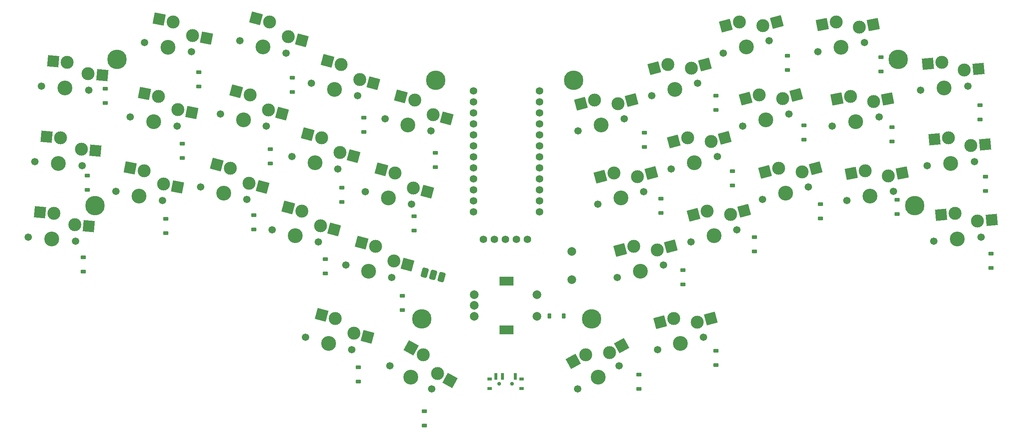
<source format=gbr>
%TF.GenerationSoftware,KiCad,Pcbnew,7.0.2*%
%TF.CreationDate,2023-06-30T23:19:36+02:00*%
%TF.ProjectId,Qeshda,51657368-6461-42e6-9b69-6361645f7063,rev?*%
%TF.SameCoordinates,Original*%
%TF.FileFunction,Soldermask,Bot*%
%TF.FilePolarity,Negative*%
%FSLAX46Y46*%
G04 Gerber Fmt 4.6, Leading zero omitted, Abs format (unit mm)*
G04 Created by KiCad (PCBNEW 7.0.2) date 2023-06-30 23:19:36*
%MOMM*%
%LPD*%
G01*
G04 APERTURE LIST*
G04 Aperture macros list*
%AMRoundRect*
0 Rectangle with rounded corners*
0 $1 Rounding radius*
0 $2 $3 $4 $5 $6 $7 $8 $9 X,Y pos of 4 corners*
0 Add a 4 corners polygon primitive as box body*
4,1,4,$2,$3,$4,$5,$6,$7,$8,$9,$2,$3,0*
0 Add four circle primitives for the rounded corners*
1,1,$1+$1,$2,$3*
1,1,$1+$1,$4,$5*
1,1,$1+$1,$6,$7*
1,1,$1+$1,$8,$9*
0 Add four rect primitives between the rounded corners*
20,1,$1+$1,$2,$3,$4,$5,0*
20,1,$1+$1,$4,$5,$6,$7,0*
20,1,$1+$1,$6,$7,$8,$9,0*
20,1,$1+$1,$8,$9,$2,$3,0*%
%AMRotRect*
0 Rectangle, with rotation*
0 The origin of the aperture is its center*
0 $1 length*
0 $2 width*
0 $3 Rotation angle, in degrees counterclockwise*
0 Add horizontal line*
21,1,$1,$2,0,0,$3*%
G04 Aperture macros list end*
%ADD10C,0.900000*%
%ADD11C,1.701800*%
%ADD12C,3.000000*%
%ADD13C,3.429000*%
%ADD14RotRect,2.600000X2.600000X345.000000*%
%ADD15C,4.500000*%
%ADD16C,2.000000*%
%ADD17R,3.200000X2.000000*%
%ADD18RotRect,2.600000X2.600000X355.000000*%
%ADD19RotRect,2.600000X2.600000X15.000000*%
%ADD20RotRect,2.600000X2.600000X11.000000*%
%ADD21RoundRect,0.375000X0.556336X0.627387X-0.168108X0.821502X-0.556336X-0.627387X0.168108X-0.821502X0*%
%ADD22RotRect,2.600000X2.600000X5.000000*%
%ADD23RotRect,2.600000X2.600000X349.000000*%
%ADD24RotRect,2.600000X2.600000X29.000000*%
%ADD25C,1.752600*%
%ADD26RotRect,2.600000X2.600000X331.000000*%
%ADD27RoundRect,0.225000X0.375000X-0.225000X0.375000X0.225000X-0.375000X0.225000X-0.375000X-0.225000X0*%
%ADD28RoundRect,0.225000X0.225000X0.375000X-0.225000X0.375000X-0.225000X-0.375000X0.225000X-0.375000X0*%
%ADD29R,1.000000X0.800000*%
%ADD30R,0.700000X1.500000*%
G04 APERTURE END LIST*
D10*
%TO.C,SW25*%
X152250000Y-117355000D03*
X155250000Y-117355000D03*
%TD*%
D11*
%TO.C,SW20*%
X99893473Y-81739900D03*
D12*
X106746038Y-77416146D03*
D13*
X105206065Y-83163405D03*
D12*
X111006265Y-80835279D03*
D11*
X110518657Y-84586910D03*
D14*
X103582630Y-76568514D03*
X114169672Y-81682912D03*
%TD*%
D15*
%TO.C,*%
X244348000Y-42418000D03*
%TD*%
D16*
%TO.C,SW26*%
X146500000Y-96750000D03*
X146500000Y-101750000D03*
X146500000Y-99250000D03*
D17*
X154000000Y-93650000D03*
X154000000Y-104850000D03*
D16*
X161000000Y-101750000D03*
X161000000Y-96750000D03*
%TD*%
D11*
%TO.C,SW1*%
X46570266Y-48563201D03*
D12*
X52567914Y-43115200D03*
D13*
X52049337Y-49042558D03*
D12*
X57357144Y-45742608D03*
D11*
X57528408Y-49521915D03*
D18*
X49305375Y-42829764D03*
X60619682Y-46028043D03*
%TD*%
D15*
%TO.C,*%
X137636000Y-47244000D03*
%TD*%
D11*
%TO.C,SW21*%
X196534247Y-84586910D03*
D12*
X200306866Y-77416146D03*
D13*
X201846839Y-83163405D03*
D12*
X205705897Y-78247089D03*
D11*
X207159431Y-81739900D03*
D19*
X197143458Y-78263779D03*
X208869304Y-77399457D03*
%TD*%
D11*
%TO.C,SW23*%
X232497689Y-74992633D03*
D12*
X236761325Y-68102502D03*
D13*
X237896639Y-73943184D03*
D12*
X242089241Y-69308038D03*
D11*
X243295589Y-72893735D03*
D20*
X233546495Y-68727402D03*
X245304070Y-68683139D03*
%TD*%
D11*
%TO.C,SW7*%
X225819374Y-40635682D03*
D12*
X230083010Y-33745551D03*
D13*
X231218324Y-39586233D03*
D12*
X235410926Y-34951087D03*
D11*
X236617274Y-38536784D03*
D20*
X226868180Y-34370451D03*
X238625755Y-34326188D03*
%TD*%
D11*
%TO.C,SW32*%
X170511819Y-58948399D03*
D12*
X174284438Y-51777635D03*
D13*
X175824411Y-57524894D03*
D12*
X179683469Y-52608578D03*
D11*
X181137003Y-56101389D03*
D19*
X171121030Y-52625268D03*
X182846876Y-51760946D03*
%TD*%
D21*
%TO.C,J1*%
X138938000Y-92710000D03*
X137006148Y-92192362D03*
X135074296Y-91674724D03*
%TD*%
D11*
%TO.C,SW37*%
X107601675Y-106581383D03*
D12*
X114454240Y-102257629D03*
D13*
X112914267Y-108004888D03*
D12*
X118714467Y-105676762D03*
D11*
X118226859Y-109428393D03*
D14*
X111290832Y-101409997D03*
X121877874Y-106524395D03*
%TD*%
D11*
%TO.C,SW30*%
X179570486Y-92755803D03*
D12*
X183343105Y-85585039D03*
D13*
X184883078Y-91332298D03*
D12*
X188742136Y-86415982D03*
D11*
X190195670Y-89908793D03*
D19*
X180179697Y-86432672D03*
X191905543Y-85568350D03*
%TD*%
D11*
%TO.C,SW16*%
X251049721Y-66955322D03*
D12*
X256010215Y-60548607D03*
D13*
X256528792Y-66475965D03*
D12*
X261182932Y-62304457D03*
D11*
X262007863Y-65996608D03*
D22*
X252747677Y-60834042D03*
X264445469Y-62019022D03*
%TD*%
D11*
%TO.C,SW5*%
X187475580Y-50779507D03*
D12*
X191248199Y-43608743D03*
D13*
X192788172Y-49356002D03*
D12*
X196647230Y-44439686D03*
D11*
X198100764Y-47932497D03*
D19*
X188084791Y-44456376D03*
X199810637Y-43592054D03*
%TD*%
D15*
%TO.C,*%
X248158000Y-76200000D03*
%TD*%
D16*
%TO.C,SW34*%
X169076000Y-86793000D03*
X169076000Y-93293000D03*
%TD*%
D11*
%TO.C,SW12*%
X104422806Y-64836198D03*
D12*
X111275371Y-60512444D03*
D13*
X109735398Y-66259703D03*
D12*
X115535598Y-63931577D03*
D11*
X115047990Y-67683208D03*
D14*
X108111963Y-59664812D03*
X118699005Y-64779210D03*
%TD*%
D11*
%TO.C,SW2*%
X70435630Y-38536784D03*
D12*
X76969894Y-33745551D03*
D13*
X75834580Y-39586233D03*
D12*
X81458249Y-36859177D03*
D11*
X81233530Y-40635682D03*
D23*
X73755064Y-33120652D03*
X84673078Y-37484076D03*
%TD*%
D11*
%TO.C,SW14*%
X208515741Y-57823946D03*
D12*
X212288360Y-50653182D03*
D13*
X213828333Y-56400441D03*
D12*
X217687391Y-51484125D03*
D11*
X219140925Y-54976936D03*
D19*
X209124952Y-51500815D03*
X220850798Y-50636493D03*
%TD*%
D11*
%TO.C,SW19*%
X83382645Y-71880638D03*
D12*
X90235210Y-67556884D03*
D13*
X88695237Y-73304143D03*
D12*
X94495437Y-70976017D03*
D11*
X94007829Y-74727648D03*
D14*
X87071802Y-66709252D03*
X97658844Y-71823650D03*
%TD*%
D11*
%TO.C,SW4*%
X108952140Y-47932497D03*
D12*
X115804705Y-43608743D03*
D13*
X114264732Y-49356002D03*
D12*
X120064932Y-47027876D03*
D11*
X119577324Y-50779507D03*
D14*
X112641297Y-42761111D03*
X123228339Y-47875509D03*
%TD*%
D11*
%TO.C,SW3*%
X92441312Y-38073234D03*
D12*
X99293877Y-33749480D03*
D13*
X97753904Y-39496739D03*
D12*
X103554104Y-37168613D03*
D11*
X103066496Y-40920244D03*
D14*
X96130469Y-32901848D03*
X106717511Y-38016246D03*
%TD*%
D11*
%TO.C,SW18*%
X63757315Y-72893735D03*
D12*
X70291579Y-68102502D03*
D13*
X69156265Y-73943184D03*
D12*
X74779934Y-71216128D03*
D11*
X74555215Y-74992633D03*
D23*
X67076749Y-67477603D03*
X77994763Y-71841027D03*
%TD*%
D11*
%TO.C,SW13*%
X192004913Y-67683208D03*
D12*
X195777532Y-60512444D03*
D13*
X197317505Y-66259703D03*
D12*
X201176563Y-61343387D03*
D11*
X202630097Y-64836198D03*
D19*
X192614124Y-61360077D03*
X204339970Y-60495755D03*
%TD*%
D11*
%TO.C,SW39*%
X170351038Y-118473864D03*
D12*
X172276829Y-110603424D03*
D13*
X175161446Y-115807411D03*
D12*
X177716509Y-110103540D03*
D11*
X179971854Y-113140958D03*
D24*
X169412448Y-112191176D03*
X180580888Y-108515788D03*
%TD*%
D11*
%TO.C,SW28*%
X121386568Y-73005091D03*
D12*
X128239133Y-68681337D03*
D13*
X126699160Y-74428596D03*
D12*
X132499360Y-72100470D03*
D11*
X132011752Y-75852101D03*
D14*
X125075725Y-67833705D03*
X135662767Y-72948103D03*
%TD*%
D15*
%TO.C,*%
X169418000Y-47244000D03*
%TD*%
%TO.C,*%
X173598000Y-102362000D03*
%TD*%
D11*
%TO.C,SW6*%
X203986408Y-40920244D03*
D12*
X207759027Y-33749480D03*
D13*
X209299000Y-39496739D03*
D12*
X213158058Y-34580423D03*
D11*
X214611592Y-38073234D03*
D19*
X204595619Y-34597113D03*
X216321465Y-33732791D03*
%TD*%
D11*
%TO.C,SW9*%
X45045041Y-65996608D03*
D12*
X51042689Y-60548607D03*
D13*
X50524112Y-66475965D03*
D12*
X55831919Y-63176015D03*
D11*
X56003183Y-66955322D03*
D18*
X47780150Y-60263171D03*
X59094457Y-63461450D03*
%TD*%
D11*
%TO.C,SW17*%
X43519815Y-83430015D03*
D12*
X49517463Y-77982014D03*
D13*
X48998886Y-83909372D03*
D12*
X54306693Y-80609422D03*
D11*
X54477957Y-84388729D03*
D18*
X46254924Y-77696578D03*
X57569231Y-80894857D03*
%TD*%
D11*
%TO.C,SW10*%
X67096472Y-55715259D03*
D12*
X73630736Y-50924026D03*
D13*
X72495422Y-56764708D03*
D12*
X78119091Y-54037652D03*
D11*
X77894372Y-57814157D03*
D23*
X70415906Y-50299127D03*
X81333920Y-54662551D03*
%TD*%
D11*
%TO.C,SW40*%
X188826045Y-109428393D03*
D12*
X192598664Y-102257629D03*
D13*
X194138637Y-108004888D03*
D12*
X197997695Y-103088572D03*
D11*
X199451229Y-106581383D03*
D19*
X189435256Y-103105262D03*
X201161102Y-102240940D03*
%TD*%
D11*
%TO.C,SW27*%
X125915901Y-56101389D03*
D12*
X132768466Y-51777635D03*
D13*
X131228493Y-57524894D03*
D12*
X137028693Y-55196768D03*
D11*
X136541085Y-58948399D03*
D14*
X129605058Y-50930003D03*
X140192100Y-56044401D03*
%TD*%
D11*
%TO.C,SW29*%
X116857234Y-89908793D03*
D12*
X123709799Y-85585039D03*
D13*
X122169826Y-91332298D03*
D12*
X127970026Y-89004172D03*
D11*
X127482418Y-92755803D03*
D14*
X120546391Y-84737407D03*
X131133433Y-89851805D03*
%TD*%
D11*
%TO.C,SW8*%
X249524496Y-49521915D03*
D12*
X254484990Y-43115200D03*
D13*
X255003567Y-49042558D03*
D12*
X259657707Y-44871050D03*
D11*
X260482638Y-48563201D03*
D22*
X251222452Y-43400635D03*
X262920244Y-44585615D03*
%TD*%
D15*
%TO.C,*%
X134366000Y-102362000D03*
%TD*%
D11*
%TO.C,SW15*%
X229158532Y-57814157D03*
D12*
X233422168Y-50924026D03*
D13*
X234557482Y-56764708D03*
D12*
X238750084Y-52129562D03*
D11*
X239956432Y-55715259D03*
D20*
X230207338Y-51548926D03*
X241964913Y-51504663D03*
%TD*%
D11*
%TO.C,SW31*%
X175041152Y-75852101D03*
D12*
X178813771Y-68681337D03*
D13*
X180353744Y-74428596D03*
D12*
X184212802Y-69512280D03*
D11*
X185666336Y-73005091D03*
D19*
X175650363Y-69528970D03*
X187376209Y-68664648D03*
%TD*%
D25*
%TO.C,Display1*%
X148670000Y-83980000D03*
X151210000Y-83980000D03*
X153750000Y-83980000D03*
X156290000Y-83980000D03*
X158830000Y-83980000D03*
%TD*%
D11*
%TO.C,SW24*%
X252574947Y-84388729D03*
D12*
X257535441Y-77982014D03*
D13*
X258054018Y-83909372D03*
D12*
X262708158Y-79737864D03*
D11*
X263533089Y-83430015D03*
D22*
X254272903Y-78267449D03*
X265970695Y-79452429D03*
%TD*%
D11*
%TO.C,SW38*%
X127081050Y-113140958D03*
D12*
X134776075Y-110603424D03*
D13*
X131891458Y-115807411D03*
D12*
X138082592Y-114951636D03*
D11*
X136701866Y-118473864D03*
D26*
X131911695Y-109015672D03*
X140946972Y-116539388D03*
%TD*%
D11*
%TO.C,SW11*%
X87911979Y-54976936D03*
D12*
X94764544Y-50653182D03*
D13*
X93224571Y-56400441D03*
D12*
X99024771Y-54072315D03*
D11*
X98537163Y-57823946D03*
D14*
X91601136Y-49805550D03*
X102188178Y-54919948D03*
%TD*%
D11*
%TO.C,SW22*%
X213045075Y-74727648D03*
D12*
X216817694Y-67556884D03*
D13*
X218357667Y-73304143D03*
D12*
X222216725Y-68387827D03*
D11*
X223670259Y-71880638D03*
D19*
X213654286Y-68404517D03*
X225380132Y-67540195D03*
%TD*%
D15*
%TO.C,*%
X64008000Y-42418000D03*
%TD*%
%TO.C,*%
X58928000Y-76200000D03*
%TD*%
D27*
%TO.C,D14*%
X222670000Y-60960000D03*
X222670000Y-57660000D03*
%TD*%
%TO.C,D13*%
X206160000Y-71500000D03*
X206160000Y-68200000D03*
%TD*%
%TO.C,D9*%
X57150000Y-72516000D03*
X57150000Y-69216000D03*
%TD*%
%TO.C,D31*%
X185840000Y-62610000D03*
X185840000Y-59310000D03*
%TD*%
%TO.C,D20*%
X112180000Y-91820000D03*
X112180000Y-88520000D03*
%TD*%
%TO.C,D38*%
X202350000Y-113030000D03*
X202350000Y-109730000D03*
%TD*%
%TO.C,D29*%
X194730000Y-94360000D03*
X194730000Y-91060000D03*
%TD*%
%TO.C,D26*%
X137580000Y-67310000D03*
X137580000Y-64010000D03*
%TD*%
%TO.C,D6*%
X218860000Y-44830000D03*
X218860000Y-41530000D03*
%TD*%
%TO.C,D11*%
X99480000Y-66420000D03*
X99480000Y-63120000D03*
%TD*%
%TO.C,D3*%
X104560000Y-49910000D03*
X104560000Y-46610000D03*
%TD*%
D28*
%TO.C,D25*%
X167170000Y-101680000D03*
X163870000Y-101680000D03*
%TD*%
D27*
%TO.C,D10*%
X79160000Y-65150000D03*
X79160000Y-61850000D03*
%TD*%
%TO.C,D12*%
X115990000Y-75310000D03*
X115990000Y-72010000D03*
%TD*%
%TO.C,D28*%
X129960000Y-100330000D03*
X129960000Y-97030000D03*
%TD*%
%TO.C,D24*%
X265850000Y-90550000D03*
X265850000Y-87250000D03*
%TD*%
%TO.C,D16*%
X264580000Y-72770000D03*
X264580000Y-69470000D03*
%TD*%
%TO.C,D18*%
X75350000Y-82550000D03*
X75350000Y-79250000D03*
%TD*%
%TO.C,D30*%
X189650000Y-77850000D03*
X189650000Y-74550000D03*
%TD*%
%TO.C,D8*%
X263310000Y-56260000D03*
X263310000Y-52960000D03*
%TD*%
%TO.C,D21*%
X211240000Y-86740000D03*
X211240000Y-83440000D03*
%TD*%
%TO.C,D4*%
X121070000Y-59180000D03*
X121070000Y-55880000D03*
%TD*%
%TO.C,D7*%
X240450000Y-45210000D03*
X240450000Y-41910000D03*
%TD*%
D29*
%TO.C,SW33*%
X157404418Y-118457091D03*
X157404418Y-116247091D03*
D10*
X155254418Y-117357091D03*
X152254418Y-117357091D03*
D29*
X150104418Y-118457091D03*
X150104418Y-116247091D03*
D30*
X156004418Y-115597091D03*
X153004418Y-115597091D03*
X151504418Y-115597091D03*
%TD*%
D25*
%TO.C,U1*%
X161544000Y-49656750D03*
X161544000Y-52196750D03*
X161544000Y-54736750D03*
X161544000Y-57276750D03*
X161544000Y-59816750D03*
X161544000Y-62356750D03*
X161544000Y-64896750D03*
X161544000Y-67436750D03*
X161544000Y-69976750D03*
X161544000Y-72516750D03*
X161544000Y-75056750D03*
X161544000Y-77596750D03*
X146304000Y-77596750D03*
X146304000Y-75056750D03*
X146304000Y-72516750D03*
X146304000Y-69976750D03*
X146304000Y-67436750D03*
X146304000Y-64896750D03*
X146304000Y-62356750D03*
X146304000Y-59816750D03*
X146304000Y-57276750D03*
X146304000Y-54736750D03*
X146304000Y-52196750D03*
X146304000Y-49656750D03*
%TD*%
D27*
%TO.C,D27*%
X132588000Y-81914000D03*
X132588000Y-78614000D03*
%TD*%
%TO.C,D5*%
X202350000Y-54100000D03*
X202350000Y-50800000D03*
%TD*%
%TO.C,D19*%
X95670000Y-81660000D03*
X95670000Y-78360000D03*
%TD*%
%TO.C,D15*%
X242990000Y-61340000D03*
X242990000Y-58040000D03*
%TD*%
%TO.C,D36*%
X135040000Y-127000000D03*
X135040000Y-123700000D03*
%TD*%
%TO.C,D23*%
X244094000Y-78104000D03*
X244094000Y-74804000D03*
%TD*%
%TO.C,D22*%
X226480000Y-79120000D03*
X226480000Y-75820000D03*
%TD*%
%TO.C,D2*%
X82970000Y-48640000D03*
X82970000Y-45340000D03*
%TD*%
%TO.C,D35*%
X119800000Y-116840000D03*
X119800000Y-113540000D03*
%TD*%
%TO.C,D37*%
X184570000Y-118490000D03*
X184570000Y-115190000D03*
%TD*%
%TO.C,D1*%
X61380000Y-52450000D03*
X61380000Y-49150000D03*
%TD*%
%TO.C,D17*%
X56300000Y-91440000D03*
X56300000Y-88140000D03*
%TD*%
M02*

</source>
